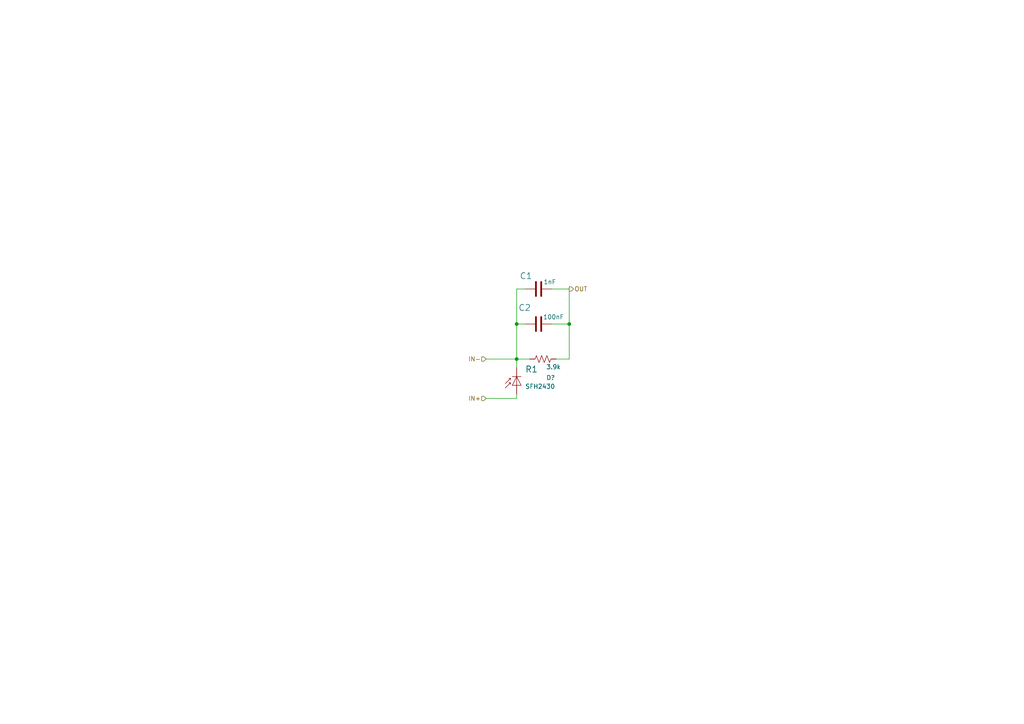
<source format=kicad_sch>
(kicad_sch (version 20231120) (generator "eeschema") (generator_version "8.0")
  (paper "A4")
  (title_block (title "PCBassProShop") (date "2025-03-26") (rev "3.2") (company "Stanford Student Space Initiative") (comment 1 "Re: Hunter Liu"))
  (lib_symbols
    (symbol "Device:C" (pin_numbers hide) (pin_names (offset 0.254))
      (property "Reference" "C" (at 0.635 2.54 0))
      (property "Value" "C" (at 0.635 -2.54 0))
      (symbol "C_0_1"
        (polyline (pts (xy -2.032 -0.762) (xy 2.032 -0.762)) (stroke (width 0.508)))
        (polyline (pts (xy -2.032 0.762) (xy 2.032 0.762)) (stroke (width 0.508)))
      )
      (symbol "C_1_1"
        (pin passive line (at 0 3.81 270) (length 2.794) (name "~") (number "1"))
        (pin passive line (at 0 -3.81 90) (length 2.794) (name "~") (number "2"))
      )
    )
    (symbol "Device:R_US" (pin_numbers hide) (pin_names (offset 0))
      (property "Reference" "R" (at 2.54 0 90))
      (property "Value" "R_US" (at -2.54 0 90))
      (symbol "R_US_0_1"
        (polyline (pts (xy 0 -2.286) (xy 0 -2.54)))
        (polyline (pts (xy 0 2.286) (xy 0 2.54)))
        (polyline (pts (xy 0 -0.762) (xy 1.016 -1.143) (xy 0 -1.524) (xy -1.016 -1.905) (xy 0 -2.286)))
        (polyline (pts (xy 0 0.762) (xy 1.016 0.381) (xy 0 0) (xy -1.016 -0.381) (xy 0 -0.762)))
        (polyline (pts (xy 0 2.286) (xy 1.016 1.905) (xy 0 1.524) (xy -1.016 1.143) (xy 0 0.762)))
      )
      (symbol "R_US_1_1"
        (pin passive line (at 0 3.81 270) (length 1.27) (name "~") (number "1"))
        (pin passive line (at 0 -3.81 90) (length 1.27) (name "~") (number "2"))
      )
    )
    (symbol "Sensor_Optical:SFH2430" (pin_numbers hide) (pin_names (offset 1.016) hide)
      (property "Reference" "D" (at 0.508 1.778 0))
      (property "Value" "SFH2430" (at -1.016 -2.794 0))
      (symbol "SFH2430_0_1"
        (polyline (pts (xy -2.54 1.27) (xy -2.54 -1.27)) (stroke (width 0.1524)))
        (polyline (pts (xy -2.032 1.778) (xy -1.524 1.778)))
        (polyline (pts (xy 0 -1.27) (xy 0 1.27)))
        (polyline (pts (xy 0 0) (xy -2.54 0)))
        (polyline (pts (xy -0.508 3.302) (xy -2.032 1.778) (xy -2.032 2.286)))
        (polyline (pts (xy 0 1.27) (xy -2.54 0) (xy 0 -1.27)))
        (polyline (pts (xy 0.762 3.302) (xy -0.762 1.778) (xy -0.762 2.286) (xy -0.762 1.778) (xy -0.254 1.778)))
      )
      (symbol "SFH2430_1_1"
        (pin passive line (at -5.08 0 0) (length 2.54) (name "K") (number "1"))
        (pin passive line (at 2.54 0 180) (length 2.54) (name "A") (number "2"))
      )
    )
  )
  (junction (at 165.1 93.98))
  (junction (at 149.86 93.98))
  (junction (at 149.86 104.14))
  (wire (pts (xy 140.97 115.57) (xy 149.86 115.57)))
  (wire (pts (xy 165.1 93.98) (xy 165.1 104.14)))
  (wire (pts (xy 149.86 104.14) (xy 149.86 106.68)))
  (wire (pts (xy 149.86 93.98) (xy 152.4 93.98)))
  (wire (pts (xy 149.86 93.98) (xy 149.86 104.14)))
  (wire (pts (xy 160.02 93.98) (xy 165.1 93.98)))
  (wire (pts (xy 160.02 83.82) (xy 165.1 83.82)))
  (wire (pts (xy 165.1 83.82) (xy 165.1 93.98)))
  (wire (pts (xy 149.86 83.82) (xy 149.86 93.98)))
  (wire (pts (xy 149.86 104.14) (xy 153.67 104.14)))
  (wire (pts (xy 149.86 115.57) (xy 149.86 114.3)))
  (wire (pts (xy 161.29 104.14) (xy 165.1 104.14)))
  (wire (pts (xy 140.97 104.14) (xy 149.86 104.14)))
  (wire (pts (xy 149.86 83.82) (xy 152.4 83.82)))
  (hierarchical_label "IN-" (shape input) (at 140.97 104.14 180))
  (hierarchical_label "IN+" (shape input) (at 140.97 115.57 180))
  (hierarchical_label "OUT" (shape output) (at 165.1 83.82 0))
  (symbol (lib_id "Device:C") (at 156.21 93.98 90) (unit 1)
    (property "Reference" "C2" (at 154.0764 88.2396 90) (effects (font (size 1.778 1.778)) (justify left bottom)))
    (property "Value" "100nF" (at 163.576 91.948 90) (effects (justify left)))
    (property "Footprint" "Capacitor_SMD:C_0603_1608Metric" (effects (hide yes)))
    (property "Description" "Unpolarized capacitor" (effects (hide yes)))
    (instances (project "sfh2430_breakout" (path "" (reference "C2") (unit 1)) (path "" (reference "C6") (unit 1)) (path "" (reference "C4") (unit 1)) (path "" (reference "C8") (unit 1))) (project "adcs-hardware" (path "" (reference "C?") (unit 1))) (project "mainboard" (path "" (reference "C?") (unit 1))))
  )
  (symbol (lib_id "Sensor_Optical:SFH2430") (at 149.86 111.76 90) (mirror x) (unit 1)
    (property "Reference" "D?" (at 161.0106 109.5502 90) (effects (justify left)))
    (property "Value" "SFH2430" (at 161.0106 112.0902 90) (effects (justify left)))
    (property "Footprint" "OptoDevice:Osram_SFH2430" (effects (hide yes)))
    (property "Datasheet" "https://dammedia.osram.info/media/resource/hires/osram-dam-5467144/SFH%202430_EN.pdf" (effects (hide yes)))
  )
  (symbol (lib_id "Device:R_US") (at 157.48 104.14 90) (unit 1)
    (property "Reference" "R1" (at 154.178 107.1118 90) (effects (font (size 1.778 1.778))))
    (property "Value" "3.9k" (at 160.528 106.426 90))
    (property "Footprint" "Resistor_SMD:R_0603_1608Metric" (effects (hide yes)))
    (property "Description" "Resistor, US symbol" (effects (hide yes)))
    (instances (project "sfh2430_breakout" (path "" (reference "R1") (unit 1)) (path "" (reference "R3") (unit 1)) (path "" (reference "R2") (unit 1)) (path "" (reference "R4") (unit 1))))
  )
  (symbol (lib_id "Device:C") (at 156.21 83.82 90) (unit 1)
    (property "Reference" "C1" (at 154.4574 79.0194 90) (effects (font (size 1.778 1.778)) (justify left bottom)))
    (property "Value" "1nF" (at 161.29 81.788 90) (effects (justify left)))
    (property "Footprint" "Capacitor_SMD:C_0603_1608Metric" (effects (hide yes)))
    (property "Description" "Unpolarized capacitor" (effects (hide yes)))
    (instances (project "sfh2430_breakout" (path "" (reference "C1") (unit 1)) (path "" (reference "C5") (unit 1)) (path "" (reference "C3") (unit 1)) (path "" (reference "C7") (unit 1))) (project "adcs-hardware" (path "" (reference "C?") (unit 1))) (project "mainboard" (path "" (reference "C?") (unit 1))))
  )
)
</source>
